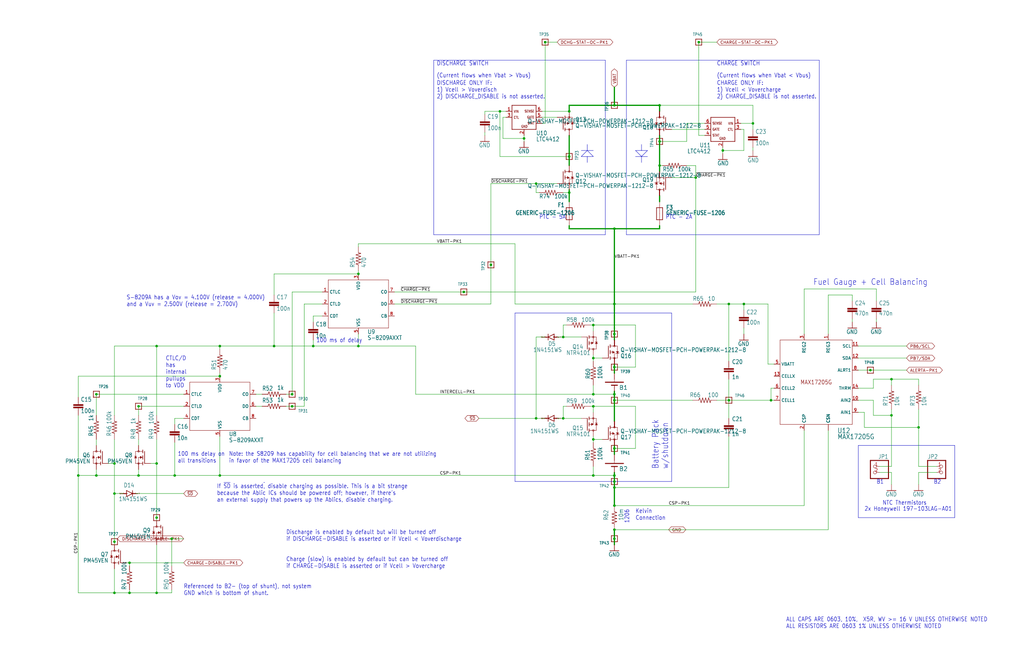
<source format=kicad_sch>
(kicad_sch (version 20230121) (generator eeschema)
  (paper "B")
  (title_block (title "OreSat Battery Card - Pack 1 (Bottom)") (date "2023-12-02") (rev "3.1"))
  (junction (at 58.42 200.66))
  (junction (at 313.69 128.27))
  (junction (at 48.26 195.58))
  (junction (at 48.26 228.6))
  (junction (at 132.08 146.05))
  (junction (at 293.37 74.93))
  (junction (at 237.49 176.53))
  (junction (at 294.64 17.78))
  (junction (at 220.98 58.42))
  (junction (at 151.13 115.57))
  (junction (at 54.61 250.19))
  (junction (at 151.13 146.05))
  (junction (at 240.03 66.04))
  (junction (at 237.49 142.24))
  (junction (at 367.03 156.21))
  (junction (at 278.13 59.69))
  (junction (at 210.82 46.99))
  (junction (at 40.64 166.37))
  (junction (at 240.03 46.99))
  (junction (at 66.04 195.58))
  (junction (at 40.64 200.66))
  (junction (at 123.19 166.37))
  (junction (at 58.42 171.45))
  (junction (at 226.06 176.53))
  (junction (at 66.04 250.19))
  (junction (at 92.71 158.75))
  (junction (at 259.08 44.45))
  (junction (at 195.58 123.19))
  (junction (at 250.19 171.45))
  (junction (at 375.92 160.02))
  (junction (at 250.19 151.13))
  (junction (at 207.01 111.76))
  (junction (at 66.04 146.05))
  (junction (at 250.19 185.42))
  (junction (at 304.8 63.5))
  (junction (at 259.08 205.74))
  (junction (at 259.08 200.66))
  (junction (at 278.13 44.45))
  (junction (at 307.34 168.91))
  (junction (at 115.57 146.05))
  (junction (at 259.08 223.52))
  (junction (at 73.66 200.66))
  (junction (at 33.02 200.66))
  (junction (at 229.87 17.78))
  (junction (at 66.04 218.44))
  (junction (at 278.13 69.85))
  (junction (at 54.61 237.49))
  (junction (at 259.08 203.2))
  (junction (at 259.08 128.27))
  (junction (at 250.19 166.37))
  (junction (at 250.19 200.66))
  (junction (at 48.26 208.28))
  (junction (at 259.08 189.23))
  (junction (at 250.19 137.16))
  (junction (at 92.71 146.05))
  (junction (at 123.19 171.45))
  (junction (at 259.08 168.91))
  (junction (at 259.08 213.36))
  (junction (at 259.08 166.37))
  (junction (at 259.08 96.52))
  (junction (at 259.08 140.97))
  (junction (at 317.5 52.07))
  (junction (at 375.92 175.26))
  (junction (at 259.08 227.33))
  (junction (at 72.39 227.33))
  (junction (at 387.35 180.34))
  (junction (at 259.08 154.94))
  (junction (at 325.12 168.91))
  (junction (at 307.34 128.27))
  (junction (at 48.26 250.19))
  (junction (at 92.71 200.66))
  (junction (at 240.03 81.28))
  (junction (at 226.06 77.47))
  (wire (pts (xy 361.95 173.99) (xy 364.49 173.99)) (stroke (width 0.1524)))
  (wire (pts (xy 66.04 146.05) (xy 48.26 146.05)) (stroke (width 0.1524)))
  (wire (pts (xy 240.03 46.99) (xy 240.03 44.45)) (stroke (width 0.508)))
  (wire (pts (xy 54.61 237.49) (xy 77.47 237.49)) (stroke (width 0.1524)))
  (wire (pts (xy 240.03 57.15) (xy 240.03 66.04)) (stroke (width 0.508)))
  (wire (pts (xy 361.95 168.91) (xy 368.3 168.91)) (stroke (width 0.1524)))
  (wire (pts (xy 210.82 66.04) (xy 210.82 46.99)) (stroke (width 0.1524)))
  (wire (pts (xy 250.19 171.45) (xy 267.97 171.45)) (stroke (width 0.1524)))
  (polyline (pts (xy 402.59 218.44) (xy 402.59 187.96)) (stroke (width 0.1524) (type solid)))
  (wire (pts (xy 259.08 189.23) (xy 259.08 187.96)) (stroke (width 0.508)))
  (wire (pts (xy 240.03 66.04) (xy 240.03 69.85)) (stroke (width 0.508)))
  (wire (pts (xy 207.01 128.27) (xy 207.01 111.76)) (stroke (width 0.1524)))
  (wire (pts (xy 250.19 184.15) (xy 250.19 185.42)) (stroke (width 0.1524)))
  (wire (pts (xy 204.47 55.88) (xy 204.47 57.15)) (stroke (width 0.1524)))
  (wire (pts (xy 259.08 154.94) (xy 267.97 154.94)) (stroke (width 0.1524)))
  (wire (pts (xy 40.64 200.66) (xy 58.42 200.66)) (stroke (width 0.1524)))
  (wire (pts (xy 278.13 96.52) (xy 278.13 95.25)) (stroke (width 0.508)))
  (polyline (pts (xy 273.05 63.5) (xy 270.51 66.04)) (stroke (width 0.1524) (type solid)))
  (polyline (pts (xy 264.16 25.4) (xy 345.44 25.4)) (stroke (width 0.1524) (type solid)))
  (wire (pts (xy 220.98 59.69) (xy 220.98 58.42)) (stroke (width 0.1524)))
  (wire (pts (xy 228.6 49.53) (xy 234.95 49.53)) (stroke (width 0.1524)))
  (wire (pts (xy 66.04 218.44) (xy 66.04 219.71)) (stroke (width 0.1524)))
  (wire (pts (xy 259.08 140.97) (xy 259.08 128.27)) (stroke (width 0.508)))
  (wire (pts (xy 234.95 176.53) (xy 237.49 176.53)) (stroke (width 0.1524)))
  (wire (pts (xy 289.56 59.69) (xy 278.13 59.69)) (stroke (width 0.1524)))
  (wire (pts (xy 364.49 180.34) (xy 387.35 180.34)) (stroke (width 0.1524)))
  (wire (pts (xy 123.19 123.19) (xy 135.89 123.19)) (stroke (width 0.1524)))
  (wire (pts (xy 368.3 175.26) (xy 375.92 175.26)) (stroke (width 0.1524)))
  (wire (pts (xy 72.39 227.33) (xy 77.47 227.33)) (stroke (width 0.1524)))
  (wire (pts (xy 66.04 195.58) (xy 66.04 185.42)) (stroke (width 0.1524)))
  (wire (pts (xy 240.03 80.01) (xy 240.03 81.28)) (stroke (width 0.508)))
  (polyline (pts (xy 217.17 203.2) (xy 283.21 203.2)) (stroke (width 0.1524) (type solid)))
  (wire (pts (xy 226.06 77.47) (xy 226.06 81.28)) (stroke (width 0.1524)))
  (wire (pts (xy 312.42 52.07) (xy 317.5 52.07)) (stroke (width 0.1524)))
  (wire (pts (xy 120.65 166.37) (xy 123.19 166.37)) (stroke (width 0.1524)))
  (wire (pts (xy 229.87 142.24) (xy 226.06 142.24)) (stroke (width 0.1524)))
  (wire (pts (xy 240.03 96.52) (xy 259.08 96.52)) (stroke (width 0.508)))
  (wire (pts (xy 259.08 44.45) (xy 259.08 36.83)) (stroke (width 0.508)))
  (polyline (pts (xy 270.51 63.5) (xy 270.51 60.96)) (stroke (width 0.1524) (type solid)))
  (wire (pts (xy 293.37 74.93) (xy 283.21 74.93)) (stroke (width 0.1524)))
  (wire (pts (xy 293.37 123.19) (xy 195.58 123.19)) (stroke (width 0.1524)))
  (wire (pts (xy 66.04 195.58) (xy 66.04 218.44)) (stroke (width 0.1524)))
  (wire (pts (xy 259.08 128.27) (xy 292.1 128.27)) (stroke (width 0.1524)))
  (wire (pts (xy 259.08 227.33) (xy 259.08 223.52)) (stroke (width 0.508)))
  (wire (pts (xy 259.08 205.74) (xy 259.08 213.36)) (stroke (width 0.508)))
  (wire (pts (xy 115.57 115.57) (xy 115.57 124.46)) (stroke (width 0.1524)))
  (wire (pts (xy 368.3 168.91) (xy 368.3 175.26)) (stroke (width 0.1524)))
  (wire (pts (xy 307.34 176.53) (xy 307.34 168.91)) (stroke (width 0.1524)))
  (wire (pts (xy 48.26 208.28) (xy 48.26 228.6)) (stroke (width 0.1524)))
  (wire (pts (xy 250.19 137.16) (xy 250.19 139.7)) (stroke (width 0.1524)))
  (wire (pts (xy 361.95 163.83) (xy 368.3 163.83)) (stroke (width 0.1524)))
  (wire (pts (xy 259.08 44.45) (xy 278.13 44.45)) (stroke (width 0.508)))
  (wire (pts (xy 33.02 250.19) (xy 48.26 250.19)) (stroke (width 0.1524)))
  (polyline (pts (xy 247.65 63.5) (xy 245.11 63.5)) (stroke (width 0.1524) (type solid)))
  (wire (pts (xy 240.03 81.28) (xy 240.03 85.09)) (stroke (width 0.508)))
  (polyline (pts (xy 250.19 66.04) (xy 247.65 63.5)) (stroke (width 0.1524) (type solid)))
  (wire (pts (xy 228.6 52.07) (xy 229.87 52.07)) (stroke (width 0.1524)))
  (wire (pts (xy 175.26 166.37) (xy 175.26 146.05)) (stroke (width 0.1524)))
  (wire (pts (xy 302.26 128.27) (xy 307.34 128.27)) (stroke (width 0.1524)))
  (polyline (pts (xy 182.88 99.06) (xy 182.88 25.4)) (stroke (width 0.1524) (type solid)))
  (wire (pts (xy 248.92 171.45) (xy 250.19 171.45)) (stroke (width 0.1524)))
  (wire (pts (xy 226.06 77.47) (xy 207.01 77.47)) (stroke (width 0.1524)))
  (polyline (pts (xy 217.17 132.08) (xy 283.21 132.08)) (stroke (width 0.1524) (type solid)))
  (wire (pts (xy 250.19 152.4) (xy 250.19 151.13)) (stroke (width 0.1524)))
  (wire (pts (xy 226.06 176.53) (xy 229.87 176.53)) (stroke (width 0.1524)))
  (wire (pts (xy 307.34 168.91) (xy 325.12 168.91)) (stroke (width 0.1524)))
  (wire (pts (xy 267.97 189.23) (xy 259.08 189.23)) (stroke (width 0.1524)))
  (polyline (pts (xy 247.65 63.5) (xy 247.65 60.96)) (stroke (width 0.1524) (type solid)))
  (wire (pts (xy 325.12 163.83) (xy 326.39 163.83)) (stroke (width 0.1524)))
  (wire (pts (xy 317.5 44.45) (xy 317.5 52.07)) (stroke (width 0.1524)))
  (wire (pts (xy 40.64 175.26) (xy 40.64 166.37)) (stroke (width 0.1524)))
  (wire (pts (xy 250.19 137.16) (xy 267.97 137.16)) (stroke (width 0.1524)))
  (wire (pts (xy 259.08 205.74) (xy 307.34 205.74)) (stroke (width 0.1524)))
  (wire (pts (xy 359.41 135.89) (xy 359.41 134.62)) (stroke (width 0.1524)))
  (wire (pts (xy 394.97 199.39) (xy 387.35 199.39)) (stroke (width 0.1524)))
  (wire (pts (xy 278.13 44.45) (xy 278.13 46.99)) (stroke (width 0.508)))
  (wire (pts (xy 250.19 200.66) (xy 92.71 200.66)) (stroke (width 0.1524)))
  (wire (pts (xy 48.26 195.58) (xy 48.26 185.42)) (stroke (width 0.1524)))
  (wire (pts (xy 317.5 52.07) (xy 317.5 54.61)) (stroke (width 0.1524)))
  (wire (pts (xy 213.36 49.53) (xy 212.09 49.53)) (stroke (width 0.1524)))
  (wire (pts (xy 250.19 171.45) (xy 250.19 173.99)) (stroke (width 0.1524)))
  (wire (pts (xy 132.08 146.05) (xy 115.57 146.05)) (stroke (width 0.1524)))
  (wire (pts (xy 58.42 198.12) (xy 58.42 200.66)) (stroke (width 0.1524)))
  (wire (pts (xy 339.09 181.61) (xy 339.09 213.36)) (stroke (width 0.1524)))
  (wire (pts (xy 259.08 191.77) (xy 259.08 189.23)) (stroke (width 0.508)))
  (wire (pts (xy 313.69 138.43) (xy 313.69 140.97)) (stroke (width 0.1524)))
  (wire (pts (xy 210.82 46.99) (xy 204.47 46.99)) (stroke (width 0.1524)))
  (wire (pts (xy 283.21 54.61) (xy 297.18 54.61)) (stroke (width 0.1524)))
  (wire (pts (xy 259.08 168.91) (xy 292.1 168.91)) (stroke (width 0.1524)))
  (wire (pts (xy 294.64 57.15) (xy 297.18 57.15)) (stroke (width 0.1524)))
  (wire (pts (xy 313.69 130.81) (xy 313.69 128.27)) (stroke (width 0.1524)))
  (wire (pts (xy 294.64 17.78) (xy 302.26 17.78)) (stroke (width 0.1524)))
  (wire (pts (xy 297.18 52.07) (xy 289.56 52.07)) (stroke (width 0.1524)))
  (wire (pts (xy 229.87 17.78) (xy 234.95 17.78)) (stroke (width 0.1524)))
  (wire (pts (xy 368.3 163.83) (xy 368.3 160.02)) (stroke (width 0.1524)))
  (wire (pts (xy 220.98 58.42) (xy 220.98 57.15)) (stroke (width 0.1524)))
  (wire (pts (xy 132.08 133.35) (xy 135.89 133.35)) (stroke (width 0.1524)))
  (wire (pts (xy 254 185.42) (xy 250.19 185.42)) (stroke (width 0.1524)))
  (wire (pts (xy 248.92 137.16) (xy 250.19 137.16)) (stroke (width 0.1524)))
  (wire (pts (xy 325.12 168.91) (xy 325.12 163.83)) (stroke (width 0.1524)))
  (wire (pts (xy 259.08 227.33) (xy 259.08 229.87)) (stroke (width 0.508)))
  (wire (pts (xy 234.95 142.24) (xy 237.49 142.24)) (stroke (width 0.1524)))
  (wire (pts (xy 73.66 200.66) (xy 92.71 200.66)) (stroke (width 0.1524)))
  (wire (pts (xy 237.49 176.53) (xy 245.11 176.53)) (stroke (width 0.1524)))
  (polyline (pts (xy 245.11 66.04) (xy 247.65 66.04)) (stroke (width 0.1524) (type solid)))
  (wire (pts (xy 387.35 180.34) (xy 387.35 172.72)) (stroke (width 0.1524)))
  (wire (pts (xy 132.08 146.05) (xy 132.08 143.51)) (stroke (width 0.1524)))
  (polyline (pts (xy 283.21 132.08) (xy 283.21 203.2)) (stroke (width 0.1524) (type solid)))
  (wire (pts (xy 92.71 158.75) (xy 92.71 157.48)) (stroke (width 0.1524)))
  (wire (pts (xy 387.35 196.85) (xy 394.97 196.85)) (stroke (width 0.1524)))
  (wire (pts (xy 92.71 147.32) (xy 92.71 146.05)) (stroke (width 0.1524)))
  (polyline (pts (xy 250.19 63.5) (xy 247.65 63.5)) (stroke (width 0.1524) (type solid)))
  (wire (pts (xy 240.03 44.45) (xy 259.08 44.45)) (stroke (width 0.508)))
  (wire (pts (xy 259.08 213.36) (xy 339.09 213.36)) (stroke (width 0.1524)))
  (wire (pts (xy 375.92 196.85) (xy 370.84 196.85)) (stroke (width 0.1524)))
  (wire (pts (xy 359.41 124.46) (xy 349.25 124.46)) (stroke (width 0.1524)))
  (wire (pts (xy 259.08 200.66) (xy 250.19 200.66)) (stroke (width 0.1524)))
  (wire (pts (xy 250.19 196.85) (xy 250.19 200.66)) (stroke (width 0.1524)))
  (wire (pts (xy 166.37 128.27) (xy 207.01 128.27)) (stroke (width 0.1524)))
  (wire (pts (xy 259.08 223.52) (xy 349.25 223.52)) (stroke (width 0.1524)))
  (wire (pts (xy 57.15 208.28) (xy 77.47 208.28)) (stroke (width 0.1524)))
  (wire (pts (xy 368.3 160.02) (xy 375.92 160.02)) (stroke (width 0.1524)))
  (wire (pts (xy 66.04 175.26) (xy 66.04 146.05)) (stroke (width 0.1524)))
  (wire (pts (xy 259.08 205.74) (xy 259.08 203.2)) (stroke (width 0.508)))
  (wire (pts (xy 72.39 250.19) (xy 72.39 248.92)) (stroke (width 0.1524)))
  (wire (pts (xy 312.42 54.61) (xy 313.69 54.61)) (stroke (width 0.1524)))
  (wire (pts (xy 107.95 166.37) (xy 110.49 166.37)) (stroke (width 0.1524)))
  (polyline (pts (xy 255.27 25.4) (xy 255.27 99.06)) (stroke (width 0.1524) (type solid)))
  (wire (pts (xy 217.17 128.27) (xy 217.17 102.87)) (stroke (width 0.1524)))
  (polyline (pts (xy 182.88 25.4) (xy 255.27 25.4)) (stroke (width 0.1524) (type solid)))
  (wire (pts (xy 212.09 58.42) (xy 220.98 58.42)) (stroke (width 0.1524)))
  (wire (pts (xy 361.95 156.21) (xy 367.03 156.21)) (stroke (width 0.1524)))
  (wire (pts (xy 33.02 200.66) (xy 33.02 175.26)) (stroke (width 0.1524)))
  (wire (pts (xy 238.76 171.45) (xy 237.49 171.45)) (stroke (width 0.1524)))
  (wire (pts (xy 66.04 250.19) (xy 66.04 229.87)) (stroke (width 0.1524)))
  (wire (pts (xy 250.19 166.37) (xy 175.26 166.37)) (stroke (width 0.1524)))
  (wire (pts (xy 48.26 195.58) (xy 48.26 208.28)) (stroke (width 0.1524)))
  (wire (pts (xy 259.08 168.91) (xy 259.08 166.37)) (stroke (width 0.508)))
  (wire (pts (xy 151.13 115.57) (xy 151.13 114.3)) (stroke (width 0.1524)))
  (wire (pts (xy 307.34 184.15) (xy 307.34 205.74)) (stroke (width 0.1524)))
  (wire (pts (xy 375.92 175.26) (xy 375.92 196.85)) (stroke (width 0.1524)))
  (wire (pts (xy 369.57 121.92) (xy 369.57 127)) (stroke (width 0.1524)))
  (wire (pts (xy 349.25 124.46) (xy 349.25 140.97)) (stroke (width 0.1524)))
  (wire (pts (xy 120.65 171.45) (xy 123.19 171.45)) (stroke (width 0.1524)))
  (polyline (pts (xy 270.51 66.04) (xy 270.51 68.58)) (stroke (width 0.1524) (type solid)))
  (wire (pts (xy 387.35 180.34) (xy 387.35 196.85)) (stroke (width 0.1524)))
  (wire (pts (xy 54.61 248.92) (xy 54.61 250.19)) (stroke (width 0.1524)))
  (polyline (pts (xy 217.17 132.08) (xy 217.17 203.2)) (stroke (width 0.1524) (type solid)))
  (wire (pts (xy 33.02 158.75) (xy 33.02 167.64)) (stroke (width 0.1524)))
  (wire (pts (xy 302.26 168.91) (xy 307.34 168.91)) (stroke (width 0.1524)))
  (wire (pts (xy 259.08 166.37) (xy 250.19 166.37)) (stroke (width 0.1524)))
  (wire (pts (xy 250.19 166.37) (xy 250.19 162.56)) (stroke (width 0.1524)))
  (wire (pts (xy 175.26 146.05) (xy 151.13 146.05)) (stroke (width 0.1524)))
  (wire (pts (xy 48.26 250.19) (xy 48.26 240.03)) (stroke (width 0.1524)))
  (wire (pts (xy 375.92 175.26) (xy 375.92 172.72)) (stroke (width 0.1524)))
  (wire (pts (xy 254 151.13) (xy 250.19 151.13)) (stroke (width 0.1524)))
  (wire (pts (xy 293.37 69.85) (xy 293.37 74.93)) (stroke (width 0.1524)))
  (wire (pts (xy 45.72 195.58) (xy 48.26 195.58)) (stroke (width 0.1524)))
  (wire (pts (xy 375.92 199.39) (xy 370.84 199.39)) (stroke (width 0.1524)))
  (wire (pts (xy 304.8 64.77) (xy 304.8 63.5)) (stroke (width 0.1524)))
  (wire (pts (xy 240.03 95.25) (xy 240.03 96.52)) (stroke (width 0.508)))
  (wire (pts (xy 77.47 176.53) (xy 73.66 176.53)) (stroke (width 0.1524)))
  (wire (pts (xy 323.85 153.67) (xy 323.85 128.27)) (stroke (width 0.1524)))
  (wire (pts (xy 237.49 137.16) (xy 237.49 142.24)) (stroke (width 0.1524)))
  (polyline (pts (xy 247.65 66.04) (xy 247.65 68.58)) (stroke (width 0.1524) (type solid)))
  (wire (pts (xy 375.92 160.02) (xy 387.35 160.02)) (stroke (width 0.1524)))
  (wire (pts (xy 267.97 154.94) (xy 267.97 137.16)) (stroke (width 0.1524)))
  (polyline (pts (xy 267.97 63.5) (xy 270.51 63.5)) (stroke (width 0.1524) (type solid)))
  (polyline (pts (xy 247.65 63.5) (xy 245.11 66.04)) (stroke (width 0.1524) (type solid)))
  (wire (pts (xy 361.95 146.05) (xy 382.27 146.05)) (stroke (width 0.1524)))
  (wire (pts (xy 250.19 151.13) (xy 250.19 149.86)) (stroke (width 0.1524)))
  (polyline (pts (xy 270.51 66.04) (xy 267.97 66.04)) (stroke (width 0.1524) (type solid)))
  (wire (pts (xy 151.13 146.05) (xy 132.08 146.05)) (stroke (width 0.1524)))
  (wire (pts (xy 387.35 160.02) (xy 387.35 162.56)) (stroke (width 0.1524)))
  (wire (pts (xy 151.13 102.87) (xy 217.17 102.87)) (stroke (width 0.1524)))
  (wire (pts (xy 229.87 52.07) (xy 229.87 17.78)) (stroke (width 0.1524)))
  (wire (pts (xy 259.08 203.2) (xy 259.08 200.66)) (stroke (width 0.508)))
  (wire (pts (xy 33.02 200.66) (xy 40.64 200.66)) (stroke (width 0.1524)))
  (wire (pts (xy 259.08 96.52) (xy 259.08 128.27)) (stroke (width 0.508)))
  (wire (pts (xy 58.42 200.66) (xy 73.66 200.66)) (stroke (width 0.1524)))
  (wire (pts (xy 361.95 151.13) (xy 382.27 151.13)) (stroke (width 0.1524)))
  (wire (pts (xy 238.76 137.16) (xy 237.49 137.16)) (stroke (width 0.1524)))
  (polyline (pts (xy 361.95 218.44) (xy 402.59 218.44)) (stroke (width 0.1524) (type solid)))
  (polyline (pts (xy 273.05 66.04) (xy 270.51 66.04)) (stroke (width 0.1524) (type solid)))
  (wire (pts (xy 52.07 208.28) (xy 48.26 208.28)) (stroke (width 0.1524)))
  (wire (pts (xy 326.39 153.67) (xy 323.85 153.67)) (stroke (width 0.1524)))
  (wire (pts (xy 259.08 154.94) (xy 259.08 153.67)) (stroke (width 0.508)))
  (wire (pts (xy 58.42 185.42) (xy 58.42 187.96)) (stroke (width 0.1524)))
  (wire (pts (xy 128.27 128.27) (xy 135.89 128.27)) (stroke (width 0.1524)))
  (wire (pts (xy 259.08 177.8) (xy 259.08 168.91)) (stroke (width 0.508)))
  (wire (pts (xy 151.13 146.05) (xy 151.13 140.97)) (stroke (width 0.1524)))
  (polyline (pts (xy 270.51 66.04) (xy 267.97 63.5)) (stroke (width 0.1524) (type solid)))
  (wire (pts (xy 48.26 228.6) (xy 48.26 229.87)) (stroke (width 0.1524)))
  (wire (pts (xy 77.47 171.45) (xy 58.42 171.45)) (stroke (width 0.1524)))
  (polyline (pts (xy 264.16 99.06) (xy 345.44 99.06)) (stroke (width 0.1524) (type solid)))
  (wire (pts (xy 326.39 168.91) (xy 325.12 168.91)) (stroke (width 0.1524)))
  (wire (pts (xy 259.08 96.52) (xy 278.13 96.52)) (stroke (width 0.508)))
  (wire (pts (xy 226.06 176.53) (xy 201.93 176.53)) (stroke (width 0.1524)))
  (wire (pts (xy 228.6 46.99) (xy 240.03 46.99)) (stroke (width 0.1524)))
  (wire (pts (xy 313.69 54.61) (xy 313.69 63.5)) (stroke (width 0.1524)))
  (wire (pts (xy 92.71 146.05) (xy 115.57 146.05)) (stroke (width 0.1524)))
  (wire (pts (xy 54.61 237.49) (xy 54.61 238.76)) (stroke (width 0.1524)))
  (wire (pts (xy 278.13 69.85) (xy 278.13 59.69)) (stroke (width 0.508)))
  (wire (pts (xy 293.37 74.93) (xy 293.37 123.19)) (stroke (width 0.1524)))
  (wire (pts (xy 92.71 158.75) (xy 33.02 158.75)) (stroke (width 0.1524)))
  (wire (pts (xy 339.09 140.97) (xy 339.09 121.92)) (stroke (width 0.1524)))
  (wire (pts (xy 48.26 250.19) (xy 54.61 250.19)) (stroke (width 0.1524)))
  (wire (pts (xy 234.95 77.47) (xy 226.06 77.47)) (stroke (width 0.1524)))
  (polyline (pts (xy 345.44 25.4) (xy 345.44 99.06)) (stroke (width 0.1524) (type solid)))
  (wire (pts (xy 278.13 85.09) (xy 278.13 82.55)) (stroke (width 0.508)))
  (wire (pts (xy 279.4 69.85) (xy 278.13 69.85)) (stroke (width 0.1524)))
  (wire (pts (xy 313.69 128.27) (xy 323.85 128.27)) (stroke (width 0.1524)))
  (wire (pts (xy 40.64 198.12) (xy 40.64 200.66)) (stroke (width 0.1524)))
  (polyline (pts (xy 264.16 25.4) (xy 264.16 99.06)) (stroke (width 0.1524) (type solid)))
  (wire (pts (xy 367.03 156.21) (xy 382.27 156.21)) (stroke (width 0.1524)))
  (wire (pts (xy 226.06 81.28) (xy 227.33 81.28)) (stroke (width 0.1524)))
  (polyline (pts (xy 270.51 63.5) (xy 273.05 63.5)) (stroke (width 0.1524) (type solid)))
  (wire (pts (xy 212.09 49.53) (xy 212.09 58.42)) (stroke (width 0.1524)))
  (wire (pts (xy 317.5 62.23) (xy 317.5 63.5)) (stroke (width 0.1524)))
  (wire (pts (xy 237.49 171.45) (xy 237.49 176.53)) (stroke (width 0.1524)))
  (wire (pts (xy 92.71 200.66) (xy 92.71 184.15)) (stroke (width 0.1524)))
  (wire (pts (xy 259.08 157.48) (xy 259.08 154.94)) (stroke (width 0.508)))
  (wire (pts (xy 278.13 57.15) (xy 278.13 59.69)) (stroke (width 0.508)))
  (wire (pts (xy 73.66 186.69) (xy 73.66 200.66)) (stroke (width 0.1524)))
  (wire (pts (xy 226.06 142.24) (xy 226.06 176.53)) (stroke (width 0.1524)))
  (wire (pts (xy 349.25 181.61) (xy 349.25 223.52)) (stroke (width 0.1524)))
  (polyline (pts (xy 255.27 99.06) (xy 182.88 99.06)) (stroke (width 0.1524) (type solid)))
  (wire (pts (xy 294.64 17.78) (xy 294.64 57.15)) (stroke (width 0.1524)))
  (wire (pts (xy 250.19 185.42) (xy 250.19 186.69)) (stroke (width 0.1524)))
  (wire (pts (xy 339.09 121.92) (xy 369.57 121.92)) (stroke (width 0.1524)))
  (wire (pts (xy 237.49 142.24) (xy 245.11 142.24)) (stroke (width 0.1524)))
  (wire (pts (xy 364.49 173.99) (xy 364.49 180.34)) (stroke (width 0.1524)))
  (wire (pts (xy 71.12 227.33) (xy 72.39 227.33)) (stroke (width 0.1524)))
  (wire (pts (xy 48.26 175.26) (xy 48.26 146.05)) (stroke (width 0.1524)))
  (wire (pts (xy 217.17 128.27) (xy 259.08 128.27)) (stroke (width 0.1524)))
  (wire (pts (xy 259.08 199.39) (xy 259.08 200.66)) (stroke (width 0.508)))
  (wire (pts (xy 92.71 146.05) (xy 66.04 146.05)) (stroke (width 0.1524)))
  (wire (pts (xy 58.42 175.26) (xy 58.42 171.45)) (stroke (width 0.1524)))
  (wire (pts (xy 259.08 165.1) (xy 259.08 166.37)) (stroke (width 0.508)))
  (wire (pts (xy 132.08 135.89) (xy 132.08 133.35)) (stroke (width 0.1524)))
  (wire (pts (xy 267.97 171.45) (xy 267.97 189.23)) (stroke (width 0.1524)))
  (wire (pts (xy 53.34 237.49) (xy 54.61 237.49)) (stroke (width 0.1524)))
  (wire (pts (xy 369.57 135.89) (xy 369.57 134.62)) (stroke (width 0.1524)))
  (wire (pts (xy 151.13 104.14) (xy 151.13 102.87)) (stroke (width 0.1524)))
  (wire (pts (xy 151.13 115.57) (xy 115.57 115.57)) (stroke (width 0.1524)))
  (wire (pts (xy 240.03 81.28) (xy 237.49 81.28)) (stroke (width 0.1524)))
  (wire (pts (xy 307.34 152.4) (xy 307.34 128.27)) (stroke (width 0.1524)))
  (polyline (pts (xy 361.95 187.96) (xy 361.95 218.44)) (stroke (width 0.1524) (type solid)))
  (wire (pts (xy 33.02 200.66) (xy 33.02 250.19)) (stroke (width 0.1524)))
  (wire (pts (xy 375.92 162.56) (xy 375.92 160.02)) (stroke (width 0.1524)))
  (wire (pts (xy 387.35 199.39) (xy 387.35 204.47)) (stroke (width 0.1524)))
  (wire (pts (xy 195.58 123.19) (xy 166.37 123.19)) (stroke (width 0.1524)))
  (wire (pts (xy 307.34 168.91) (xy 307.34 160.02)) (stroke (width 0.1524)))
  (wire (pts (xy 107.95 171.45) (xy 110.49 171.45)) (stroke (width 0.1524)))
  (wire (pts (xy 213.36 46.99) (xy 210.82 46.99)) (stroke (width 0.1524)))
  (wire (pts (xy 66.04 250.19) (xy 72.39 250.19)) (stroke (width 0.1524)))
  (wire (pts (xy 289.56 52.07) (xy 289.56 59.69)) (stroke (width 0.1524)))
  (wire (pts (xy 72.39 227.33) (xy 72.39 238.76)) (stroke (width 0.1524)))
  (wire (pts (xy 77.47 166.37) (xy 40.64 166.37)) (stroke (width 0.1524)))
  (wire (pts (xy 73.66 176.53) (xy 73.66 179.07)) (stroke (width 0.1524)))
  (wire (pts (xy 54.61 250.19) (xy 66.04 250.19)) (stroke (width 0.1524)))
  (wire (pts (xy 123.19 166.37) (xy 123.19 123.19)) (stroke (width 0.1524)))
  (wire (pts (xy 375.92 199.39) (xy 375.92 204.47)) (stroke (width 0.1524)))
  (wire (pts (xy 359.41 127) (xy 359.41 124.46)) (stroke (width 0.1524)))
  (wire (pts (xy 207.01 77.47) (xy 207.01 111.76)) (stroke (width 0.1524)))
  (wire (pts (xy 66.04 195.58) (xy 63.5 195.58)) (stroke (width 0.1524)))
  (wire (pts (xy 128.27 171.45) (xy 128.27 128.27)) (stroke (width 0.1524)))
  (wire (pts (xy 278.13 72.39) (xy 278.13 69.85)) (stroke (width 0.508)))
  (wire (pts (xy 123.19 171.45) (xy 128.27 171.45)) (stroke (width 0.1524)))
  (wire (pts (xy 278.13 44.45) (xy 317.5 44.45)) (stroke (width 0.1524)))
  (wire (pts (xy 304.8 63.5) (xy 304.8 62.23)) (stroke (width 0.1524)))
  (wire (pts (xy 259.08 143.51) (xy 259.08 140.97)) (stroke (width 0.508)))
  (wire (pts (xy 40.64 187.96) (xy 40.64 185.42)) (stroke (width 0.1524)))
  (wire (pts (xy 313.69 63.5) (xy 304.8 63.5)) (stroke (width 0.1524)))
  (wire (pts (xy 210.82 66.04) (xy 240.03 66.04)) (stroke (width 0.1524)))
  (wire (pts (xy 307.34 128.27) (xy 313.69 128.27)) (stroke (width 0.1524)))
  (polyline (pts (xy 402.59 187.96) (xy 361.95 187.96)) (stroke (width 0.1524) (type solid)))
  (polyline (pts (xy 247.65 66.04) (xy 250.19 66.04)) (stroke (width 0.1524) (type solid)))
  (wire (pts (xy 204.47 48.26) (xy 204.47 46.99)) (stroke (width 0.1524)))
  (wire (pts (xy 289.56 69.85) (xy 293.37 69.85)) (stroke (width 0.1524)))
  (wire (pts (xy 115.57 146.05) (xy 115.57 132.08)) (stroke (width 0.1524)))
  (text "CHARGE ONLY IF:\n1) Vcell < Vovercharge\n2) CHARGE_DISABLE is not asserted." (at 302.26 41.91 0) (effects (font (size 1.778 1.5113)) (justify left bottom)))
  (text "CHARGE SWITCH" (at 302.26 27.94 0) (effects (font (size 1.778 1.5113)) (justify left bottom)))
  (text "CTLC/D\nhas\ninternal\npullups\nto VDD" (at 69.85 163.83 0) (effects (font (size 1.778 1.5113)) (justify left bottom)))
  (text "B2" (at 393.7 204.47 0) (effects (font (size 1.778 1.5113)) (justify left bottom)))
  (text "PTC - 2A" (at 280.67 92.71 0) (effects (font (size 1.778 1.5113)) (justify left bottom)))
  (text "(Current flows when Vbat > Vbus)" (at 184.15 33.02 0) (effects (font (size 1.778 1.5113)) (justify left bottom)))
  (text "(Current flows when Vbat < Vbus)" (at 302.26 33.02 0) (effects (font (size 1.778 1.5113)) (justify left bottom)))
  (text "Discharge is enabled by default but will be turned off\nif DISCHARGE-DISABLE is asserted or if Vcell < Voverdischarge" (at 120.65 228.6 0) (effects (font (size 1.778 1.5113)) (justify left bottom)))
  (text "B1" (at 369.57 204.47 0) (effects (font (size 1.778 1.5113)) (justify left bottom)))
  (text "NTC Thermistors" (at 372.11 213.36 0) (effects (font (size 1.778 1.5113)) (justify left bottom)))
  (text "ALL CAPS ARE 0603, 10%,  X5R, WV >= 16 V UNLESS OTHERWISE NOTED\nALL RESISTORS ARE 0603 1% UNLESS OTHERWISE NOTED" (at 331.47 265.43 0) (effects (font (size 1.778 1.5113)) (justify left bottom)))
  (text "Note: the S8209 has capability for cell balancing that we are not utilizing\nin favor of the MAX17205 cell balancing" (at 96.52 195.58 0) (effects (font (size 1.778 1.5113)) (justify left bottom)))
  (text "ALL CAPS ARE 0603, 10%,  X5R, WV >= 16 V UNLESS OTHERWISE NOTED\nALL RESISTORS ARE 0603 1% UNLESS OTHERWISE NOTED" (at 24.13 294.64 0) (effects (font (size 1.778 1.5113)) (justify left bottom)))
  (text "Fuel Gauge + Cell Balancing" (at 342.9 120.65 0) (effects (font (size 2.54 2.159)) (justify left bottom)))
  (text "Kelvin\nConnection" (at 267.97 219.71 0) (effects (font (size 1.778 1.5113)) (justify left bottom)))
  (text "Charge (slow) is enabled by default but can be turned off\nif CHARGE-DISABLE is asserted or if Vcell > Vovercharge" (at 120.65 240.03 0) (effects (font (size 1.778 1.5113)) (justify left bottom)))
  (text "S-8209A has a Vov = 4.100V (release = 4.000V)\nand a Vuv = 2.500V (release = 2.700V)" (at 53.34 129.54 0) (effects (font (size 1.778 1.5113)) (justify left bottom)))
  (text "DISCHARGE SWITCH" (at 184.15 27.94 0) (effects (font (size 1.778 1.5113)) (justify left bottom)))
  (text "Referenced to B2- (top of shunt), not system\nGND which is bottom of shunt." (at 77.47 251.46 0) (effects (font (size 1.778 1.5113)) (justify left bottom)))
  (text "If ~{SD} is asserted~{,} disable charging as possible. This is a bit strange\nbecause the Ablic ICs should be powered off; however, if there's\nan external supply that powers up the Ablics, disable charging." (at 91.44 212.09 0) (effects (font (size 1.778 1.5113)) (justify left bottom)))
  (text "1206" (at 265.43 220.98 90) (effects (font (size 1.778 1.5113)) (justify left bottom)))
  (text "100 ms delay on\nall transitions" (at 74.93 195.58 0) (effects (font (size 1.778 1.5113)) (justify left bottom)))
  (text "2x Honeywell 197-103LAG-A01" (at 364.49 215.9 0) (effects (font (size 1.778 1.5113)) (justify left bottom)))
  (text "DISCHARGE ONLY IF:\n1) Vcell > Voverdisch\n2) DISCHARGE_DISABLE is not asserted." (at 184.15 41.91 0) (effects (font (size 1.778 1.5113)) (justify left bottom)))
  (text "100 ms of delay" (at 133.35 144.78 0) (effects (font (size 1.778 1.5113)) (justify left bottom)))
  (text "Battery Pack\nw/shutdown" (at 281.94 198.12 90) (effects (font (size 2.54 2.159)) (justify left bottom)))
  (text "PTC - 5A" (at 227.33 92.71 0) (effects (font (size 1.778 1.5113)) (justify left bottom)))
  (label "~{DISCHARGE-PK1}" (at 207.01 77.47 0) (effects (font (size 1.2446 1.2446))))
  (label "CSP-PK1" (at 185.42 200.66 0) (effects (font (size 1.2446 1.2446))))
  (label "CSP-PK1" (at 281.94 213.36 0) (effects (font (size 1.2446 1.2446))))
  (label "CSP-PK1" (at 33.02 233.68 90) (effects (font (size 1.2446 1.2446))))
  (label "VBATT-PK1" (at 184.15 102.87 0) (effects (font (size 1.2446 1.2446))))
  (label "VBATT-PK1" (at 259.08 109.22 0) (effects (font (size 1.2446 1.2446))))
  (label "~{CHARGE-PK1}" (at 168.91 123.19 0) (effects (font (size 1.2446 1.2446))))
  (label "INTERCELL-PK1" (at 185.42 166.37 0) (effects (font (size 1.2446 1.2446))))
  (label "~{DISCHARGE-PK1}" (at 168.91 128.27 0) (effects (font (size 1.2446 1.2446))))
  (label "~{CHARGE-PK1}" (at 293.37 74.93 0) (effects (font (size 1.2446 1.2446))))
  (global_label "~{SD}" (shape bidirectional) (at 77.47 208.28 0) (effects (font (size 1.2446 1.2446))) (property "Intersheetrefs" "${INTERSHEET_REFS}" (effects hide)))
  (global_label "CHARGE-DISABLE-PK1" (shape bidirectional) (at 77.47 237.49 0) (effects (font (size 1.2446 1.2446))) (property "Intersheetrefs" "${INTERSHEET_REFS}" (effects hide)))
  (global_label "DISCHARGE-DISABLE-PK1" (shape bidirectional) (at 77.47 227.33 180) (effects (font (size 1.2446 1.2446))) (property "Intersheetrefs" "${INTERSHEET_REFS}" (effects hide)))
  (global_label "GND" (shape bidirectional) (at 281.94 223.52 0) (effects (font (size 1.2446 1.2446))) (property "Intersheetrefs" "${INTERSHEET_REFS}" (effects hide)))
  (global_label "VBAT" (shape bidirectional) (at 259.08 36.83 90) (effects (font (size 1.2446 1.2446))) (property "Intersheetrefs" "${INTERSHEET_REFS}" (effects hide)))
  (global_label "PB6/SCL" (shape bidirectional) (at 382.27 146.05 0) (effects (font (size 1.2446 1.2446))) (property "Intersheetrefs" "${INTERSHEET_REFS}" (effects hide)))
  (global_label "DCHG-STAT-OC-PK1" (shape bidirectional) (at 234.95 17.78 0) (effects (font (size 1.2446 1.2446))) (property "Intersheetrefs" "${INTERSHEET_REFS}" (effects hide)))
  (global_label "~{SD}" (shape bidirectional) (at 201.93 176.53 180) (effects (font (size 1.2446 1.2446))) (property "Intersheetrefs" "${INTERSHEET_REFS}" (effects hide)))
  (global_label "PB7/SDA" (shape bidirectional) (at 382.27 151.13 0) (effects (font (size 1.2446 1.2446))) (property "Intersheetrefs" "${INTERSHEET_REFS}" (effects hide)))
  (global_label "CHARGE-STAT-OC-PK1" (shape bidirectional) (at 302.26 17.78 0) (effects (font (size 1.2446 1.2446))) (property "Intersheetrefs" "${INTERSHEET_REFS}" (effects hide)))
  (global_label "ALERTA-PK1" (shape bidirectional) (at 382.27 156.21 0) (effects (font (size 1.2446 1.2446))) (property "Intersheetrefs" "${INTERSHEET_REFS}" (effects hide)))
  (symbol (lib_id "oresat-batteries-eagle-import:supply1_GND") (at 220.98 62.23 0) (unit 1)
    (property "Reference" "#GND045" (effects hide))
    (property "Value" "GND" (at 218.44 64.77 0) (effects (font (size 1.778 1.5113)) (justify left bottom)))
  )
  (symbol (lib_id "oresat-batteries-eagle-import:R-US_0603-C-NOSILK") (at 387.35 167.64 90) (unit 1)
    (property "Reference" "R73" (at 385.8514 171.45 0) (effects (font (size 1.778 1.5113)) (justify left bottom)))
    (property "Value" "10k" (at 390.652 171.45 0) (effects (font (size 1.778 1.5113)) (justify left bottom)))
    (property "Footprint" "oresat-batteries:.0603-C-NOSILK" (effects hide))
    (property "DIS" "Digi-Key" (effects hide))
    (property "DPN" "311-10.0KHRCT-ND" (effects hide))
    (property "MFR" "Yageo" (effects hide))
    (property "MPN" "RC0603FR-0710KL" (effects hide))
  )
  (symbol (lib_id "oresat-batteries-eagle-import:R-US_0603-C-NOSILK") (at 250.19 191.77 270) (unit 1)
    (property "Reference" "R61" (at 248.6914 194.31 0) (effects (font (size 1.778 1.5113)) (justify right top)))
    (property "Value" "100k" (at 254 194.31 0) (effects (font (size 1.778 1.5113)) (justify right top)))
    (property "Footprint" "oresat-batteries:.0603-C-NOSILK" (effects hide))
    (property "DIS" "Digi-Key" (effects hide))
    (property "DPN" "311-1.00MHRCT-ND" (effects hide))
    (property "MFR" "Yageo" (effects hide))
    (property "MPN" "RC0603FR-071ML" (effects hide))
  )
  (symbol (lib_id "oresat-batteries-eagle-import:N-MOSFET-SOT-23-3") (at 68.58 224.79 0) (mirror y) (unit 1)
    (property "Reference" "Q9" (at 63.5 224.79 0) (effects (font (size 1.778 1.5113)) (justify left bottom)))
    (property "Value" "PM45VEN" (at 63.5 227.33 0) (effects (font (size 1.778 1.5113)) (justify left bottom)))
    (property "Footprint" "oresat-batteries:SOT23-3" (effects hide))
    (property "DIS" "Digi-Key" (effects hide))
    (property "DPN" "1727-2307-1-ND" (effects hide))
    (property "MFR" "Nexperia" (effects hide))
    (property "MPN" "PMV45EN2R" (effects hide))
  )
  (symbol (lib_id "oresat-batteries-eagle-import:C-EU0603-C-NOSILK") (at 204.47 50.8 0) (unit 1)
    (property "Reference" "C19" (at 205.486 50.165 0) (effects (font (size 1.778 1.5113)) (justify left bottom)))
    (property "Value" "100n" (at 205.486 54.991 0) (effects (font (size 1.778 1.5113)) (justify left bottom)))
    (property "Footprint" "oresat-batteries:.0603-C-NOSILK" (effects hide))
    (property "DIS" "Digi-Key" (effects hide))
    (property "DPN" "399-1099-1-ND" (effects hide))
    (property "MFR" "Kemet" (effects hide))
    (property "MPN" "C0603C104M4RACTU" (effects hide))
  )
  (symbol (lib_id "oresat-batteries-eagle-import:R-US_0603-C-NOSILK") (at 48.26 180.34 90) (unit 1)
    (property "Reference" "R46" (at 46.99 184.15 0) (effects (font (size 1.778 1.5113)) (justify left bottom)))
    (property "Value" "100k" (at 46.99 179.07 0) (effects (font (size 1.778 1.5113)) (justify left bottom)))
    (property "Footprint" "oresat-batteries:.0603-C-NOSILK" (effects hide))
    (property "DIS" "Digi-Key" (effects hide))
    (property "DPN" "311-1.00MHRCT-ND" (effects hide))
    (property "MFR" "Yageo" (effects hide))
    (property "MPN" "RC0603FR-071ML" (effects hide))
  )
  (symbol (lib_id "oresat-batteries-eagle-import:R-US_0603-C-NOSILK") (at 66.04 180.34 270) (unit 1)
    (property "Reference" "R49" (at 64.77 185.42 0) (effects (font (size 1.778 1.5113)) (justify right top)))
    (property "Value" "100k" (at 64.77 179.07 0) (effects (font (size 1.778 1.5113)) (justify right top)))
    (property "Footprint" "oresat-batteries:.0603-C-NOSILK" (effects hide))
    (property "DIS" "Digi-Key" (effects hide))
    (property "DPN" "311-1.00MHRCT-ND" (effects hide))
    (property "MFR" "Yageo" (effects hide))
    (property "MPN" "RC0603FR-071ML" (effects hide))
  )
  (symbol (lib_id "oresat-batteries-eagle-import:TEST-POINT-LARGE-SQUARE") (at 259.08 168.91 90) (unit 1)
    (property "Reference" "TP40" (at 261.62 167.64 90) (effects (font (size 1.27 1.0795)) (justify right top)))
    (property "Value" "TEST-POINT-LARGE-SQUARE" (effects hide))
    (property "Footprint" "oresat-batteries:1X01" (effects hide))
  )
  (symbol (lib_id "oresat-batteries-eagle-import:R-US_0603-C-NOSILK") (at 297.18 128.27 180) (unit 1)
    (property "Reference" "R65" (at 292.1 127 0) (effects (font (size 1.778 1.5113)) (justify right top)))
    (property "Value" "10" (at 298.45 127 0) (effects (font (size 1.778 1.5113)) (justify right top)))
    (property "Footprint" "oresat-batteries:.0603-C-NOSILK" (effects hide))
    (property "DIS" "Digi-Key" (effects hide))
    (property "DPN" "311-10.0HRCT-ND" (effects hide))
    (property "MFR" "Yageo" (effects hide))
    (property "MPN" "RC0603FR-0710RL" (effects hide))
  )
  (symbol (lib_id "oresat-batteries-eagle-import:supply1_GND") (at 387.35 207.01 0) (unit 1)
    (property "Reference" "#GND056" (effects hide))
    (property "Value" "GND" (at 384.81 209.55 0) (effects (font (size 1.778 1.5113)) (justify left bottom)))
  )
  (symbol (lib_id "oresat-batteries-eagle-import:Q-VISHAY-MOSFET-PCH-POWERPAK-1212-8") (at 256.54 182.88 0) (mirror x) (unit 1)
    (property "Reference" "Q17" (at 261.62 183.515 0) (effects (font (size 1.778 1.5113)) (justify left bottom)))
    (property "Value" "Q-VISHAY-MOSFET-PCH-POWERPAK-1212-8" (at 261.62 180.975 0) (effects (font (size 1.778 1.5113)) (justify left bottom)))
    (property "Footprint" "oresat-batteries:POWERPAK-1212-8" (effects hide))
    (property "DIS" "Digi-Key" (effects hide))
    (property "DPN" "SI7625DN-T1-GE3CT-ND" (effects hide))
    (property "MFR" "Vishay" (effects hide))
    (property "MPN" "SI7625DN-T1-GE3" (effects hide))
  )
  (symbol (lib_id "oresat-batteries-eagle-import:N-MOSFET-SOT-23-3") (at 50.8 234.95 0) (mirror y) (unit 1)
    (property "Reference" "Q7" (at 45.72 234.95 0) (effects (font (size 1.778 1.5113)) (justify left bottom)))
    (property "Value" "PM45VEN" (at 45.72 237.49 0) (effects (font (size 1.778 1.5113)) (justify left bottom)))
    (property "Footprint" "oresat-batteries:SOT23-3" (effects hide))
    (property "DIS" "Digi-Key" (effects hide))
    (property "DPN" "1727-2307-1-ND" (effects hide))
    (property "MFR" "Nexperia" (effects hide))
    (property "MPN" "PMV45EN2R" (effects hide))
  )
  (symbol (lib_id "oresat-batteries-eagle-import:DIODE-SOD323-R") (at 232.41 176.53 0) (mirror y) (unit 1)
    (property "Reference" "D6" (at 231.14 180.34 0) (effects (font (size 1.778 1.5113)) (justify right bottom)))
    (property "Value" "1N4151WS" (at 223.52 182.88 0) (effects (font (size 1.778 1.5113)) (justify right bottom)))
    (property "Footprint" "oresat-batteries:SOD323-R" (effects hide))
    (property "DIS" "Digi-Key" (effects hide))
    (property "DPN" "112-1N4151WS-E3-08CT-ND " (effects hide))
    (property "MFR" "Vishay" (effects hide))
    (property "MPN" "1N4151WS-E3-08" (effects hide))
  )
  (symbol (lib_id "oresat-batteries-eagle-import:TEST-POINT-LARGE-SQUARE") (at 40.64 166.37 0) (mirror y) (unit 1)
    (property "Reference" "TP26" (at 45.72 163.83 0) (effects (font (size 1.27 1.0795)) (justify left bottom)))
    (property "Value" "TEST-POINT-LARGE-SQUARE" (effects hide))
    (property "Footprint" "oresat-batteries:1X01" (effects hide))
  )
  (symbol (lib_id "oresat-batteries-eagle-import:C-EU0603-C-NOSILK") (at 73.66 181.61 0) (unit 1)
    (property "Reference" "C16" (at 74.676 180.975 0) (effects (font (size 1.778 1.5113)) (justify left bottom)))
    (property "Value" "10n" (at 74.676 185.801 0) (effects (font (size 1.778 1.5113)) (justify left bottom)))
    (property "Footprint" "oresat-batteries:.0603-C-NOSILK" (effects hide))
    (property "DIS" "Digi-Key" (effects hide))
    (property "DPN" "399-7842-1-ND" (effects hide))
    (property "MFR" "Kemet" (effects hide))
    (property "MPN" "C0603C103M5RACTU" (effects hide))
  )
  (symbol (lib_id "oresat-batteries-eagle-import:TEST-POINT-LARGE-SQUARE") (at 259.08 154.94 90) (unit 1)
    (property "Reference" "TP39" (at 261.62 157.48 90) (effects (font (size 1.27 1.0795)) (justify right top)))
    (property "Value" "TEST-POINT-LARGE-SQUARE" (effects hide))
    (property "Footprint" "oresat-batteries:1X01" (effects hide))
  )
  (symbol (lib_id "oresat-batteries-eagle-import:TEST-POINT-LARGE-SQUARE") (at 240.03 66.04 270) (unit 1)
    (property "Reference" "TP23" (at 242.57 63.5 0) (effects (font (size 1.27 1.0795)) (justify left bottom)))
    (property "Value" "TEST-POINT-LARGE-SQUARE" (effects hide))
    (property "Footprint" "oresat-batteries:1X01" (effects hide))
  )
  (symbol (lib_id "oresat-batteries-eagle-import:LTC4412") (at 220.98 49.53 0) (unit 1)
    (property "Reference" "U10" (at 226.06 57.15 0) (effects (font (size 1.778 1.5113)) (justify left bottom)))
    (property "Value" "LTC4412" (at 226.06 59.69 0) (effects (font (size 1.778 1.5113)) (justify left bottom)))
    (property "Footprint" "oresat-batteries:SOT23-6" (effects hide))
    (property "DIS" "Digi-Key" (effects hide))
    (property "DPN" "LTC4412ES6#TRPBFCT-ND" (effects hide))
    (property "MFR" "Analog Devices" (effects hide))
    (property "MPN" "LTC4412ES6#TRPBF" (effects hide))
  )
  (symbol (lib_id "oresat-batteries-eagle-import:R-US_0603-C-NOSILK") (at 40.64 180.34 90) (unit 1)
    (property "Reference" "R45" (at 39.37 184.15 0) (effects (font (size 1.778 1.5113)) (justify left bottom)))
    (property "Value" "1k" (at 39.37 177.8 0) (effects (font (size 1.778 1.5113)) (justify left bottom)))
    (property "Footprint" "oresat-batteries:.0603-C-NOSILK" (effects hide))
    (property "DIS" "Yageo" (effects hide))
    (property "DPN" "RC0603JR-071KL" (effects hide))
    (property "MPN" "311-1.0KGRCT-ND" (effects hide))
  )
  (symbol (lib_id "oresat-batteries-eagle-import:TEST-POINT-LARGE-SQUARE") (at 367.03 156.21 0) (mirror y) (unit 1)
    (property "Reference" "TP48" (at 364.49 153.67 0) (effects (font (size 1.27 1.0795)) (justify right bottom)))
    (property "Value" "TEST-POINT-LARGE-SQUARE" (effects hide))
    (property "Footprint" "oresat-batteries:1X01" (effects hide))
  )
  (symbol (lib_id "oresat-batteries-eagle-import:R-US_0603-C-NOSILK") (at 92.71 152.4 90) (unit 1)
    (property "Reference" "R51" (at 91.2114 156.21 0) (effects (font (size 1.778 1.5113)) (justify left bottom)))
    (property "Value" "470" (at 96.012 156.21 0) (effects (font (size 1.778 1.5113)) (justify left bottom)))
    (property "Footprint" "oresat-batteries:.0603-C-NOSILK" (effects hide))
    (property "DIS" "Digi-Key" (effects hide))
    (property "DPN" "311-470GRCT-ND" (effects hide))
    (property "MFR" "Yageo" (effects hide))
    (property "MPN" "RC0603JR-07470RL" (effects hide))
  )
  (symbol (lib_id "oresat-batteries-eagle-import:TEST-POINT-LARGE-SQUARE") (at 207.01 111.76 90) (unit 1)
    (property "Reference" "TP32" (at 204.47 114.3 0) (effects (font (size 1.27 1.0795)) (justify left bottom)))
    (property "Value" "TEST-POINT-LARGE-SQUARE" (effects hide))
    (property "Footprint" "oresat-batteries:1X01" (effects hide))
  )
  (symbol (lib_id "oresat-batteries-eagle-import:S-8209AXXT") (at 92.71 171.45 0) (unit 1)
    (property "Reference" "U8" (at 96.52 184.15 0) (effects (font (size 1.778 1.5113)) (justify left bottom)))
    (property "Value" "S-8209AXXT" (at 96.52 186.69 0) (effects (font (size 1.778 1.5113)) (justify left bottom)))
    (property "Footprint" "oresat-batteries:TSSOP8" (effects hide))
    (property "MFR" "Ablic" (effects hide))
    (property "MPN" "S-8209AAA-T8T1U" (effects hide))
  )
  (symbol (lib_id "oresat-batteries-eagle-import:supply1_GND") (at 304.8 67.31 0) (mirror y) (unit 1)
    (property "Reference" "#GND048" (effects hide))
    (property "Value" "GND" (at 307.34 69.85 0) (effects (font (size 1.778 1.5113)) (justify left bottom)))
  )
  (symbol (lib_id "oresat-batteries-eagle-import:N-MOSFET-SOT-23-3") (at 43.18 193.04 0) (mirror y) (unit 1)
    (property "Reference" "Q6" (at 38.1 193.04 0) (effects (font (size 1.778 1.5113)) (justify left bottom)))
    (property "Value" "PM45VEN" (at 38.1 195.58 0) (effects (font (size 1.778 1.5113)) (justify left bottom)))
    (property "Footprint" "oresat-batteries:SOT23-3" (effects hide))
    (property "DIS" "Digi-Key" (effects hide))
    (property "DPN" "1727-2307-1-ND" (effects hide))
    (property "MFR" "Nexperia" (effects hide))
    (property "MPN" "PMV45EN2R" (effects hide))
  )
  (symbol (lib_id "oresat-batteries-eagle-import:C-EU0603-C-NOSILK") (at 313.69 133.35 0) (unit 1)
    (property "Reference" "C22" (at 314.706 132.715 0) (effects (font (size 1.778 1.5113)) (justify left bottom)))
    (property "Value" "100n" (at 314.706 137.033 0) (effects (font (size 1.778 1.5113)) (justify left bottom)))
    (property "Footprint" "oresat-batteries:.0603-C-NOSILK" (effects hide))
    (property "DIS" "Digi-Key" (effects hide))
    (property "DPN" "399-1099-1-ND" (effects hide))
    (property "MFR" "Kemet" (effects hide))
    (property "MPN" "C0603C104M4RACTU" (effects hide))
  )
  (symbol (lib_id "oresat-batteries-eagle-import:TEST-POINT-LARGE-SQUARE") (at 58.42 171.45 0) (mirror y) (unit 1)
    (property "Reference" "TP28" (at 62.23 168.91 0) (effects (font (size 1.27 1.0795)) (justify left bottom)))
    (property "Value" "TEST-POINT-LARGE-SQUARE" (effects hide))
    (property "Footprint" "oresat-batteries:1X01" (effects hide))
  )
  (symbol (lib_id "oresat-batteries-eagle-import:R-US_0603-C-NOSILK") (at 375.92 167.64 90) (unit 1)
    (property "Reference" "R71" (at 374.4214 171.45 0) (effects (font (size 1.778 1.5113)) (justify left bottom)))
    (property "Value" "10k" (at 379.222 171.45 0) (effects (font (size 1.778 1.5113)) (justify left bottom)))
    (property "Footprint" "oresat-batteries:.0603-C-NOSILK" (effects hide))
    (property "DIS" "Digi-Key" (effects hide))
    (property "DISTRIBUTOR" "Digi-key" (effects hide))
    (property "DPN" "311-10.0KHRCT-ND" (effects hide))
    (property "MFR" "Yageo" (effects hide))
    (property "MPN" "RC0603FR-0710KL" (effects hide))
  )
  (symbol (lib_id "oresat-batteries-eagle-import:TEST-POINT-LARGE-SQUARE") (at 123.19 171.45 270) (mirror x) (unit 1)
    (property "Reference" "TP31" (at 125.73 172.72 90) (effects (font (size 1.27 1.0795)) (justify left bottom)))
    (property "Value" "TEST-POINT-LARGE-SQUARE" (effects hide))
    (property "Footprint" "oresat-batteries:1X01" (effects hide))
  )
  (symbol (lib_id "oresat-batteries-eagle-import:C-EU0603-C-NOSILK") (at 359.41 129.54 0) (unit 1)
    (property "Reference" "C24" (at 360.426 128.905 0) (effects (font (size 1.778 1.5113)) (justify left bottom)))
    (property "Value" "470n" (at 360.426 133.223 0) (effects (font (size 1.778 1.5113)) (justify left bottom)))
    (property "Footprint" "oresat-batteries:.0603-C-NOSILK" (effects hide))
    (property "DIS" "Digi-Key" (effects hide))
    (property "DPN" "399-7934-1-ND" (effects hide))
    (property "MFR" "Kemet" (effects hide))
    (property "MPN" "C0603C474K4PACTU" (effects hide))
  )
  (symbol (lib_id "oresat-batteries-eagle-import:supply1_GND") (at 204.47 59.69 0) (unit 1)
    (property "Reference" "#GND044" (effects hide))
    (property "Value" "GND" (at 201.93 62.23 0) (effects (font (size 1.778 1.5113)) (justify left bottom)))
  )
  (symbol (lib_id "oresat-batteries-eagle-import:supply1_GND") (at 313.69 143.51 0) (unit 1)
    (property "Reference" "#GND049" (effects hide))
    (property "Value" "GND" (at 311.15 146.05 0) (effects (font (size 1.778 1.5113)) (justify left bottom)))
  )
  (symbol (lib_id "oresat-batteries-eagle-import:supply1_GND") (at 359.41 138.43 0) (unit 1)
    (property "Reference" "#GND053" (effects hide))
    (property "Value" "GND" (at 356.87 140.97 0) (effects (font (size 1.778 1.5113)) (justify left bottom)))
  )
  (symbol (lib_id "oresat-batteries-eagle-import:TEST-POINT-LARGE-SQUARE") (at 259.08 203.2 90) (unit 1)
    (property "Reference" "TP42" (at 252.73 205.74 90) (effects (font (size 1.27 1.0795)) (justify right top)))
    (property "Value" "TEST-POINT-LARGE-SQUARE" (effects hide))
    (property "Footprint" "oresat-batteries:1X01" (effects hide))
  )
  (symbol (lib_id "oresat-batteries-eagle-import:supply1_GND") (at 317.5 66.04 0) (mirror y) (unit 1)
    (property "Reference" "#GND050" (effects hide))
    (property "Value" "GND" (at 320.04 68.58 0) (effects (font (size 1.778 1.5113)) (justify left bottom)))
  )
  (symbol (lib_id "oresat-batteries-eagle-import:C-EU0603-C-NOSILK") (at 132.08 138.43 0) (unit 1)
    (property "Reference" "C18" (at 133.096 137.795 0) (effects (font (size 1.778 1.5113)) (justify left bottom)))
    (property "Value" "10n" (at 133.096 142.621 0) (effects (font (size 1.778 1.5113)) (justify left bottom)))
    (property "Footprint" "oresat-batteries:.0603-C-NOSILK" (effects hide))
    (property "DIS" "Digi-Key" (effects hide))
    (property "DPN" "399-7842-1-ND" (effects hide))
    (property "MFR" "Kemet" (effects hide))
    (property "MPN" "C0603C103M5RACTU" (effects hide))
  )
  (symbol (lib_id "oresat-batteries-eagle-import:N-MOSFET-SOT-23-3") (at 60.96 193.04 0) (mirror y) (unit 1)
    (property "Reference" "Q8" (at 55.88 193.04 0) (effects (font (size 1.778 1.5113)) (justify left bottom)))
    (property "Value" "PM45VEN" (at 55.88 195.58 0) (effects (font (size 1.778 1.5113)) (justify left bottom)))
    (property "Footprint" "oresat-batteries:SOT23-3" (effects hide))
    (property "DIS" "Digi-Key" (effects hide))
    (property "DPN" "1727-2307-1-ND" (effects hide))
    (property "MFR" "Nexperia" (effects hide))
    (property "MPN" "PMV45EN2R" (effects hide))
  )
  (symbol (lib_id "oresat-batteries-eagle-import:GENERIC-FUSE-1206") (at 278.13 90.17 90) (unit 1)
    (property "Reference" "F3" (at 280.67 88.6714 90) (effects (font (size 1.778 1.5113) bold) (justify right top)))
    (property "Value" "GENERIC-FUSE-1206" (at 280.67 90.932 90) (effects (font (size 1.778 1.5113) bold) (justify right top)))
    (property "Footprint" "oresat-batteries:1206-C" (effects hide))
    (property "DIS" "Digi-Key" (effects hide))
    (property "DPN" "F9966CT-ND" (effects hide))
    (property "MFR" "LittleFuse" (effects hide))
    (property "MPN" "NANOSMD350LR-C-2" (effects hide))
  )
  (symbol (lib_id "oresat-batteries-eagle-import:PINHD-1X2") (at 397.51 199.39 0) (unit 1)
    (property "Reference" "JP2" (at 391.16 193.675 0) (effects (font (size 1.778 1.5113)) (justify left bottom)))
    (property "Value" "PINHD-1X2" (effects hide))
    (property "Footprint" "oresat-batteries:1X02" (effects hide))
  )
  (symbol (lib_id "oresat-batteries-eagle-import:R-US_0603-C-NOSILK") (at 115.57 166.37 0) (unit 1)
    (property "Reference" "R52" (at 110.49 164.8714 0) (effects (font (size 1.778 1.5113)) (justify left bottom)))
    (property "Value" "1k" (at 116.84 164.592 0) (effects (font (size 1.778 1.5113)) (justify left bottom)))
    (property "Footprint" "oresat-batteries:.0603-C-NOSILK" (effects hide))
    (property "DIS" "Yageo" (effects hide))
    (property "DPN" "RC0603JR-071KL" (effects hide))
    (property "MPN" "311-1.0KGRCT-ND" (effects hide))
  )
  (symbol (lib_id "oresat-batteries-eagle-import:C-EU0603-C-NOSILK") (at 33.02 170.18 0) (unit 1)
    (property "Reference" "C15" (at 34.036 169.545 0) (effects (font (size 1.778 1.5113)) (justify left bottom)))
    (property "Value" "100n" (at 34.036 174.371 0) (effects (font (size 1.778 1.5113)) (justify left bottom)))
    (property "Footprint" "oresat-batteries:.0603-C-NOSILK" (effects hide))
    (property "DIS" "Digi-Key" (effects hide))
    (property "DPN" "399-1099-1-ND" (effects hide))
    (property "MFR" "Kemet" (effects hide))
    (property "MPN" "C0603C104M4RACTU" (effects hide))
  )
  (symbol (lib_id "oresat-batteries-eagle-import:LTC4412") (at 304.8 54.61 0) (mirror y) (unit 1)
    (property "Reference" "U11" (at 299.72 62.23 0) (effects (font (size 1.778 1.5113)) (justify left bottom)))
    (property "Value" "LTC4412" (at 299.72 64.77 0) (effects (font (size 1.778 1.5113)) (justify left bottom)))
    (property "Footprint" "oresat-batteries:SOT23-6" (effects hide))
    (property "DIS" "Digi-Key" (effects hide))
    (property "DPN" "LTC4412ES6#TRPBFCT-ND" (effects hide))
    (property "MFR" "Analog Devices" (effects hide))
    (property "MPN" "LTC4412ES6#TRPBF" (effects hide))
  )
  (symbol (lib_id "oresat-batteries-eagle-import:R-US_0603-C-NOSILK") (at 72.39 243.84 90) (unit 1)
    (property "Reference" "R50" (at 71.12 248.92 0) (effects (font (size 1.778 1.5113)) (justify left bottom)))
    (property "Value" "100k" (at 71.12 242.57 0) (effects (font (size 1.778 1.5113)) (justify left bottom)))
    (property "Footprint" "oresat-batteries:.0603-C-NOSILK" (effects hide))
    (property "DIS" "Digi-Key" (effects hide))
    (property "DPN" "311-10.0KHRCT-ND" (effects hide))
    (property "MFR" "Yageo" (effects hide))
    (property "MPN" "RC0603FR-0710KL" (effects hide))
  )
  (symbol (lib_id "oresat-batteries-eagle-import:TEST-POINT-LARGE-SQUARE") (at 278.13 59.69 90) (unit 1)
    (property "Reference" "TP44" (at 275.59 62.23 0) (effects (font (size 1.27 1.0795)) (justify left bottom)))
    (property "Value" "TEST-POINT-LARGE-SQUARE" (effects hide))
    (property "Footprint" "oresat-batteries:1X01" (effects hide))
  )
  (symbol (lib_id "oresat-batteries-eagle-import:supply1_GND") (at 259.08 232.41 0) (unit 1)
    (property "Reference" "#GND046" (effects hide))
    (property "Value" "GND" (at 256.54 234.95 0) (effects (font (size 1.778 1.5113)) (justify left bottom)))
  )
  (symbol (lib_id "oresat-batteries-eagle-import:TEST-POINT-LARGE-SQUARE") (at 229.87 17.78 0) (mirror y) (unit 1)
    (property "Reference" "TP35" (at 227.33 15.24 0) (effects (font (size 1.27 1.0795)) (justify right bottom)))
    (property "Value" "TEST-POINT-LARGE-SQUARE" (effects hide))
    (property "Footprint" "oresat-batteries:1X01" (effects hide))
  )
  (symbol (lib_id "oresat-batteries-eagle-import:DIODE-SOD323-R") (at 232.41 142.24 0) (mirror y) (unit 1)
    (property "Reference" "D5" (at 231.14 146.05 0) (effects (font (size 1.778 1.5113)) (justify right bottom)))
    (property "Value" "1N4151WS" (at 224.79 148.59 0) (effects (font (size 1.778 1.5113)) (justify right bottom)))
    (property "Footprint" "oresat-batteries:SOD323-R" (effects hide))
    (property "DIS" "Digi-Key" (effects hide))
    (property "DPN" "112-1N4151WS-E3-08CT-ND " (effects hide))
    (property "MFR" "Vishay" (effects hide))
    (property "MPN" "1N4151WS-E3-08" (effects hide))
  )
  (symbol (lib_id "oresat-batteries-eagle-import:R-US_0603-C-NOSILK") (at 250.19 157.48 270) (unit 1)
    (property "Reference" "R60" (at 248.92 160.02 0) (effects (font (size 1.778 1.5113)) (justify right top)))
    (property "Value" "100k" (at 254 160.02 0) (effects (font (size 1.778 1.5113)) (justify right top)))
    (property "Footprint" "oresat-batteries:.0603-C-NOSILK" (effects hide))
    (property "DIS" "Digi-Key" (effects hide))
    (property "DPN" "311-1.00MHRCT-ND" (effects hide))
    (property "MFR" "Yageo" (effects hide))
    (property "MPN" "RC0603FR-071ML" (effects hide))
  )
  (symbol (lib_id "oresat-batteries-eagle-import:R-US_0603-C-NOSILK") (at 115.57 171.45 0) (unit 1)
    (property "Reference" "R53" (at 110.49 169.9514 0) (effects (font (size 1.778 1.5113)) (justify left bottom)))
    (property "Value" "1k" (at 116.84 169.672 0) (effects (font (size 1.778 1.5113)) (justify left bottom)))
    (property "Footprint" "oresat-batteries:.0603-C-NOSILK" (effects hide))
    (property "DIS" "Yageo" (effects hide))
    (property "DPN" "RC0603JR-071KL" (effects hide))
    (property "MPN" "311-1.0KGRCT-ND" (effects hide))
  )
  (symbol (lib_id "oresat-batteries-eagle-import:R-US_1206-C") (at 259.08 218.44 270) (unit 1)
    (property "Reference" "R62" (at 256.54 219.71 0) (effects (font (size 1.778 1.5113)) (justify right top)))
    (property "Value" "10m" (at 262.89 219.71 0) (effects (font (size 1.778 1.5113)) (justify right top)))
    (property "Footprint" "oresat-batteries:1206-C" (effects hide))
    (property "DIS" "Digi-Key" (effects hide))
    (property "DPN" "696-1374-1-ND" (effects hide))
    (property "MFR" "Riedon" (effects hide))
    (property "MPN" "CSR1206-0R01F1" (effects hide))
  )
  (symbol (lib_id "oresat-batteries-eagle-import:supply1_GND") (at 369.57 138.43 0) (unit 1)
    (property "Reference" "#GND054" (effects hide))
    (property "Value" "GND" (at 367.03 140.97 0) (effects (font (size 1.778 1.5113)) (justify left bottom)))
  )
  (symbol (lib_id "oresat-batteries-eagle-import:R-US_0603-C-NOSILK") (at 58.42 180.34 90) (unit 1)
    (property "Reference" "R48" (at 57.15 185.42 0) (effects (font (size 1.778 1.5113)) (justify left bottom)))
    (property "Value" "1k" (at 57.15 179.07 0) (effects (font (size 1.778 1.5113)) (justify left bottom)))
    (property "Footprint" "oresat-batteries:.0603-C-NOSILK" (effects hide))
    (property "DIS" "Yageo" (effects hide))
    (property "DPN" "RC0603JR-071KL" (effects hide))
    (property "MPN" "311-1.0KGRCT-ND" (effects hide))
  )
  (symbol (lib_id "oresat-batteries-eagle-import:C-EU0603-C-NOSILK") (at 115.57 127 0) (unit 1)
    (property "Reference" "C17" (at 116.586 126.365 0) (effects (font (size 1.778 1.5113)) (justify left bottom)))
    (property "Value" "100n" (at 116.586 131.191 0) (effects (font (size 1.778 1.5113)) (justify left bottom)))
    (property "Footprint" "oresat-batteries:.0603-C-NOSILK" (effects hide))
    (property "DIS" "Digi-Key" (effects hide))
    (property "DPN" "399-1099-1-ND" (effects hide))
    (property "MFR" "Kemet" (effects hide))
    (property "MPN" "C0603C104M4RACTU" (effects hide))
  )
  (symbol (lib_id "oresat-batteries-eagle-import:B-18650-LI-BATTERY") (at 259.08 196.85 270) (unit 1)
    (property "Reference" "B2" (at 262.89 198.882 90) (effects (font (size 1.778 1.778)) (justify bottom)))
    (property "Value" "B-18650-LI-BATTERY" (effects hide))
    (property "Footprint" "oresat-batteries:18650" (effects hide))
    (property "DIS" "Tenergy" (effects hide))
    (property "DPN" "MH48285" (effects hide))
    (property "MFR" "Tenergy" (effects hide))
    (property "MPN" "MH48285" (effects hide))
  )
  (symbol (lib_id "oresat-batteries-eagle-import:Q-VISHAY-MOSFET-PCH-POWERPAK-1212-8") (at 237.49 52.07 0) (unit 1)
    (property "Reference" "Q13" (at 242.57 51.435 0) (effects (font (size 1.778 1.5113)) (justify left bottom)))
    (property "Value" "Q-VISHAY-MOSFET-PCH-POWERPAK-1212-8" (at 242.57 53.975 0) (effects (font (size 1.778 1.5113)) (justify left bottom)))
    (property "Footprint" "oresat-batteries:POWERPAK-1212-8" (effects hide))
    (property "DIS" "Digi-Key" (effects hide))
    (property "DPN" "SI7625DN-T1-GE3CT-ND" (effects hide))
    (property "MFR" "Vishay" (effects hide))
    (property "MPN" "SI7625DN-T1-GE3" (effects hide))
  )
  (symbol (lib_id "oresat-batteries-eagle-import:R-US_0603-C-NOSILK") (at 243.84 171.45 180) (unit 1)
    (property "Reference" "R59" (at 238.76 170.18 0) (effects (font (size 1.778 1.5113)) (justify right top)))
    (property "Value" "100k" (at 245.11 170.18 0) (effects (font (size 1.778 1.5113)) (justify right top)))
    (property "Footprint" "oresat-batteries:.0603-C-NOSILK" (effects hide))
    (property "DIS" "Digi-Key" (effects hide))
    (property "DPN" "311-1.00MHRCT-ND" (effects hide))
    (property "MFR" "Yageo" (effects hide))
    (property "MPN" "RC0603FR-071ML" (effects hide))
  )
  (symbol (lib_id "oresat-batteries-eagle-import:Q-VISHAY-MOSFET-PCH-POWERPAK-1212-8") (at 256.54 148.59 0) (mirror x) (unit 1)
    (property "Reference" "Q16" (at 261.62 149.225 0) (effects (font (size 1.778 1.5113)) (justify left bottom)))
    (property "Value" "Q-VISHAY-MOSFET-PCH-POWERPAK-1212-8" (at 261.62 146.685 0) (effects (font (size 1.778 1.5113)) (justify left bottom)))
    (property "Footprint" "oresat-batteries:POWERPAK-1212-8" (effects hide))
    (property "DIS" "Digi-Key" (effects hide))
    (property "DPN" "SI7625DN-T1-GE3CT-ND" (effects hide))
    (property "MFR" "Vishay" (effects hide))
    (property "MPN" "SI7625DN-T1-GE3" (effects hide))
  )
  (symbol (lib_id "oresat-batteries-eagle-import:Q-VISHAY-MOSFET-PCH-POWERPAK-1212-8") (at 280.67 77.47 0) (mirror y) (unit 1)
    (property "Reference" "Q19" (at 275.59 76.835 0) (effects (font (size 1.778 1.5113)) (justify left bottom)))
    (property "Value" "Q-VISHAY-MOSFET-PCH-POWERPAK-1212-8" (at 275.59 79.375 0) (effects (font (size 1.778 1.5113)) (justify left bottom)))
    (property "Footprint" "oresat-batteries:POWERPAK-1212-8" (effects hide))
    (property "DIS" "Digi-Key" (effects hide))
    (property "DPN" "SI7625DN-T1-GE3CT-ND" (effects hide))
    (property "MFR" "Vishay" (effects hide))
    (property "MPN" "SI7625DN-T1-GE3" (effects hide))
  )
  (symbol (lib_id "oresat-batteries-eagle-import:R-US_0603-C-NOSILK") (at 284.48 69.85 180) (unit 1)
    (property "Reference" "R55" (at 279.4 72.39 0) (effects (font (size 1.778 1.5113)) (justify right top)))
    (property "Value" "100k" (at 285.75 72.39 0) (effects (font (size 1.778 1.5113)) (justify right top)))
    (property "Footprint" "oresat-batteries:.0603-C-NOSILK" (effects hide))
    (property "DIS" "Digi-Key" (effects hide))
    (property "DPN" "RR08P100KDCT-ND" (effects hide))
    (property "MFR" "Susumu" (effects hide))
    (property "MPN" "RR0816P-104-D" (effects hide))
  )
  (symbol (lib_id "oresat-batteries-eagle-import:supply1_GND") (at 375.92 207.01 0) (unit 1)
    (property "Reference" "#GND055" (effects hide))
    (property "Value" "GND" (at 373.38 209.55 0) (effects (font (size 1.778 1.5113)) (justify left bottom)))
  )
  (symbol (lib_id "oresat-batteries-eagle-import:TEST-POINT-LARGE-SQUARE") (at 195.58 123.19 0) (unit 1)
    (property "Reference" "TP33" (at 193.04 120.65 0) (effects (font (size 1.27 1.0795)) (justify left bottom)))
    (property "Value" "TEST-POINT-LARGE-SQUARE" (effects hide))
    (property "Footprint" "oresat-batteries:1X01" (effects hide))
  )
  (symbol (lib_id "oresat-batteries-eagle-import:P-MOSFET-SOT23-3") (at 247.65 179.07 0) (unit 1)
    (property "Reference" "Q15" (at 241.3 181.61 0) (effects (font (size 1.778 1.5113)) (justify left bottom)))
    (property "Value" "NTR4101" (at 238.76 184.15 0) (effects (font (size 1.778 1.5113)) (justify left bottom)))
    (property "Footprint" "oresat-batteries:SOT23-3" (effects hide))
    (property "DIS" "Digi-Key" (effects hide))
    (property "DPN" "NTR4101PT1GOSCT-ND" (effects hide))
    (property "MFR" "ON Semi" (effects hide))
    (property "MPN" "NTR4101PT1G" (effects hide))
  )
  (symbol (lib_id "oresat-batteries-eagle-import:TEST-POINT-LARGE-SQUARE") (at 259.08 189.23 90) (unit 1)
    (property "Reference" "TP41" (at 261.62 191.77 90) (effects (font (size 1.27 1.0795)) (justify right top)))
    (property "Value" "TEST-POINT-LARGE-SQUARE" (effects hide))
    (property "Footprint" "oresat-batteries:1X01" (effects hide))
  )
  (symbol (lib_id "oresat-batteries-eagle-import:DIODE-SOD323-R") (at 54.61 208.28 0) (unit 1)
    (property "Reference" "D14" (at 52.07 205.74 0) (effects (font (size 1.778 1.5113)) (justify left bottom)))
    (property "Value" "1N4151WS" (at 62.23 209.55 0) (effects (font (size 1.778 1.5113)) (justify right top)))
    (property "Footprint" "oresat-batteries:SOD323-R" (effects hide))
    (property "DIS" "Digi-Key" (effects hide))
    (property "DPN" "112-1N4151WS-E3-08CT-ND " (effects hide))
    (property "MFR" "Vishay" (effects hide))
    (property "MPN" "1N4151WS-E3-08" (effects hide))
  )
  (symbol (lib_id "oresat-batteries-eagle-import:TEST-POINT-LARGE-SQUARE") (at 123.19 166.37 270) (mirror x) (unit 1)
    (property "Reference" "TP30" (at 125.73 167.64 90) (effects (font (size 1.27 1.0795)) (justify left bottom)))
    (property "Value" "TEST-POINT-LARGE-SQUARE" (effects hide))
    (property "Footprint" "oresat-batteries:1X01" (effects hide))
  )
  (symbol (lib_id "oresat-batteries-eagle-import:C-EU0603-C-NOSILK") (at 317.5 57.15 0) (unit 1)
    (property "Reference" "C23" (at 318.516 56.515 0) (effects (font (size 1.778 1.5113)) (justify left bottom)))
    (property "Value" "100n" (at 318.516 61.341 0) (effects (font (size 1.778 1.5113)) (justify left bottom)))
    (property "Footprint" "oresat-batteries:.0603-C-NOSILK" (effects hide))
    (property "DIS" "Digi-Key" (effects hide))
    (property "DPN" "399-1099-1-ND" (effects hide))
    (property "MFR" "Kemet" (effects hide))
    (property "MPN" "C0603C104M4RACTU" (effects hide))
  )
  (symbol (lib_id "oresat-batteries-eagle-import:R-US_0603-C-NOSILK") (at 151.13 109.22 90) (unit 1)
    (property "Reference" "R54" (at 149.6314 113.03 0) (effects (font (size 1.778 1.5113)) (justify left bottom)))
    (property "Value" "470" (at 154.432 113.03 0) (effects (font (size 1.778 1.5113)) (justify left bottom)))
    (property "Footprint" "oresat-batteries:.0603-C-NOSILK" (effects hide))
    (property "DIS" "Digi-Key" (effects hide))
    (property "DPN" "311-470GRCT-ND" (effects hide))
    (property "MFR" "Yageo" (effects hide))
    (property "MPN" "RC0603JR-07470RL" (effects hide))
  )
  (symbol (lib_id "oresat-batteries-eagle-import:R-US_0603-C-NOSILK") (at 232.41 81.28 180) (unit 1)
    (property "Reference" "R74" (at 227.33 83.82 0) (effects (font (size 1.778 1.5113)) (justify right top)))
    (property "Value" "100k" (at 233.68 83.82 0) (effects (font (size 1.778 1.5113)) (justify right top)))
    (property "Footprint" "oresat-batteries:.0603-C-NOSILK" (effects hide))
    (property "DIS" "Digi-Key" (effects hide))
    (property "DPN" "RR08P100KDCT-ND" (effects hide))
    (property "MFR" "Susumu" (effects hide))
    (property "MPN" "RR0816P-104-D" (effects hide))
  )
  (symbol (lib_id "oresat-batteries-eagle-import:TEST-POINT-LARGE-SQUARE") (at 66.04 218.44 0) (unit 1)
    (property "Reference" "TP29" (at 63.5 215.9 0) (effects (font (size 1.27 1.0795)) (justify left bottom)))
    (property "Value" "TEST-POINT-LARGE-SQUARE" (effects hide))
    (property "Footprint" "oresat-batteries:1X01" (effects hide))
  )
  (symbol (lib_id "oresat-batteries-eagle-import:R-US_0603-C-NOSILK") (at 54.61 243.84 90) (unit 1)
    (property "Reference" "R47" (at 53.34 248.92 0) (effects (font (size 1.778 1.5113)) (justify left bottom)))
    (property "Value" "100k" (at 53.34 242.57 0) (effects (font (size 1.778 1.5113)) (justify left bottom)))
    (property "Footprint" "oresat-batteries:.0603-C-NOSILK" (effects hide))
    (property "DIS" "Digi-Key" (effects hide))
    (property "DPN" "311-10.0KHRCT-ND" (effects hide))
    (property "MFR" "Yageo" (effects hide))
    (property "MPN" "RC0603FR-0710KL" (effects hide))
  )
  (symbol (lib_id "oresat-batteries-eagle-import:TEST-POINT-LARGE-SQUARE") (at 294.64 17.78 0) (mirror y) (unit 1)
    (property "Reference" "TP45" (at 292.1 15.24 0) (effects (font (size 1.27 1.0795)) (justify right bottom)))
    (property "Value" "TEST-POINT-LARGE-SQUARE" (effects hide))
    (property "Footprint" "oresat-batteries:1X01" (effects hide))
  )
  (symbol (lib_id "oresat-batteries-eagle-import:TEST-POINT-LARGE-SQUARE") (at 259.08 227.33 90) (unit 1)
    (property "Reference" "TP43" (at 252.73 229.87 90) (effects (font (size 1.27 1.0795)) (justify right top)))
    (property "Value" "TEST-POINT-LARGE-SQUARE" (effects hide))
    (property "Footprint" "oresat-batteries:1X01" (effects hide))
  )
  (symbol (lib_id "oresat-batteries-eagle-import:MAX17205G") (at 344.17 161.29 0) (unit 1)
    (property "Reference" "U12" (at 353.06 182.88 0) (effects (font (size 2.0828 1.7703)) (justify left bottom)))
    (property "Value" "MAX17205G" (at 353.06 185.42 0) (effects (font (size 2.0828 1.7703)) (justify left bottom)))
    (property "Footprint" "oresat-batteries:21-0137I_T1433-2" (effects hide))
    (property "DIS" "Distributor" (effects hide))
    (property "DPN" "MAX17205G+TCT-ND" (effects hide))
    (property "MFR" "Maxim" (effects hide))
    (property "MPN" "MAX17205G+T" (effects hide))
  )
  (symbol (lib_id "oresat-batteries-eagle-import:GENERIC-FUSE-1206") (at 240.03 90.17 90) (unit 1)
    (property "Reference" "F1" (at 234.95 87.63 90) (effects (font (size 1.778 1.5113) bold) (justify right top)))
    (property "Value" "GENERIC-FUSE-1206" (at 217.17 90.932 90) (effects (font (size 1.778 1.5113) bold) (justify right top)))
    (property "Footprint" "oresat-batteries:1206-C" (effects hide))
    (property "DIS" "Digi-Key" (effects hide))
    (property "DPN" "F9966CT-ND" (effects hide))
    (property "MFR" "LittleFuse" (effects hide))
    (property "MPN" "NANOSMD350LR-C-2" (effects hide))
  )
  (symbol (lib_id "oresat-batteries-eagle-import:Q-VISHAY-MOSFET-PCH-POWERPAK-1212-8") (at 237.49 74.93 0) (mirror x) (unit 1)
    (property "Reference" "Q12" (at 242.57 75.565 0) (effects (font (size 1.778 1.5113)) (justify left bottom)))
    (property "Value" "Q-VISHAY-MOSFET-PCH-POWERPAK-1212-8" (at 242.57 73.025 0) (effects (font (size 1.778 1.5113)) (justify left bottom)))
    (property "Footprint" "oresat-batteries:POWERPAK-1212-8" (effects hide))
    (property "DIS" "Digi-Key" (effects hide))
    (property "DPN" "SI7625DN-T1-GE3CT-ND" (effects hide))
    (property "MFR" "Vishay" (effects hide))
    (property "MPN" "SI7625DN-T1-GE3" (effects hide))
  )
  (symbol (lib_id "oresat-batteries-eagle-import:TEST-POINT-LARGE-SQUARE") (at 259.08 44.45 90) (unit 1)
    (property "Reference" "TP36" (at 256.54 46.99 0) (effects (font (size 1.27 1.0795)) (justify left bottom)))
    (property "Value" "TEST-POINT-LARGE-SQUARE" (effects hide))
    (property "Footprint" "oresat-batteries:1X01" (effects hide))
  )
  (symbol (lib_id "oresat-batteries-eagle-import:P-MOSFET-SOT23-3") (at 247.65 144.78 0) (unit 1)
    (property "Reference" "Q14" (at 241.3 147.32 0) (effects (font (size 1.778 1.5113)) (justify left bottom)))
    (property "Value" "NTR4101" (at 238.76 149.86 0) (effects (font (size 1.778 1.5113)) (justify left bottom)))
    (property "Footprint" "oresat-batteries:SOT23-3" (effects hide))
    (property "DIS" "Digi-Key" (effects hide))
    (property "DPN" "NTR4101PT1GOSCT-ND" (effects hide))
    (property "MFR" "ON Semi" (effects hide))
    (property "MPN" "NTR4101PT1G" (effects hide))
  )
  (symbol (lib_id "oresat-batteries-eagle-import:R-US_0603-C-NOSILK") (at 297.18 168.91 0) (unit 1)
    (property "Reference" "R66" (at 290.83 167.64 0) (effects (font (size 1.778 1.5113)) (justify left bottom)))
    (property "Value" "100" (at 298.45 167.64 0) (effects (font (size 1.778 1.5113)) (justify left bottom)))
    (property "Footprint" "oresat-batteries:.0603-C-NOSILK" (effects hide))
    (property "DIS" "Digi-Key" (effects hide))
    (property "DPN" "311-100HRCT-ND" (effects hide))
    (property "MFR" "Yageo" (effects hide))
    (property "MPN" "RC0603FR-07100RL" (effects hide))
  )
  (symbol (lib_id "oresat-batteries-eagle-import:C-EU0603-C-NOSILK") (at 307.34 179.07 0) (unit 1)
    (property "Reference" "C21" (at 308.61 177.8 0) (effects (font (size 1.778 1.5113)) (justify left bottom)))
    (property "Value" "1n" (at 308.61 184.15 0) (effects (font (size 1.778 1.5113)) (justify left bottom)))
    (property "Footprint" "oresat-batteries:.0603-C-NOSILK" (effects hide))
    (property "DIS" "Digi-Key" (effects hide))
    (property "DPN" "311-1080-1-ND" (effects hide))
    (property "MFR" "Yageo" (effects hide))
    (property "MPN" "CC0603KRX7R9BB102" (effects hide))
  )
  (symbol (lib_id "oresat-batteries-eagle-import:R-US_0603-C-NOSILK") (at 243.84 137.16 0) (unit 1)
    (property "Reference" "R58" (at 238.76 135.89 0) (effects (font (size 1.778 1.5113)) (justify left bottom)))
    (property "Value" "100k" (at 245.11 135.89 0) (effects (font (size 1.778 1.5113)) (justify left bottom)))
    (property "Footprint" "oresat-batteries:.0603-C-NOSILK" (effects hide))
    (property "DIS" "Digi-Key" (effects hide))
    (property "DPN" "311-1.00MHRCT-ND" (effects hide))
    (property "MFR" "Yageo" (effects hide))
    (property "MPN" "RC0603FR-071ML" (effects hide))
  )
  (symbol (lib_id "oresat-batteries-eagle-import:C-EU0603-C-NOSILK") (at 369.57 129.54 0) (unit 1)
    (property "Reference" "C25" (at 370.586 128.905 0) (effects (font (size 1.778 1.5113)) (justify left bottom)))
    (property "Value" "470n" (at 370.586 133.223 0) (effects (font (size 1.778 1.5113)) (justify left bottom)))
    (property "Footprint" "oresat-batteries:.0603-C-NOSILK" (effects hide))
    (property "DIS" "Digi-Key" (effects hide))
    (property "DPN" "399-7934-1-ND" (effects hide))
    (property "MFR" "Kemet" (effects hide))
    (property "MPN" "C0603C474K4PACTU" (effects hide))
  )
  (symbol (lib_id "oresat-batteries-eagle-import:S-8209AXXT") (at 151.13 128.27 0) (unit 1)
    (property "Reference" "U9" (at 154.94 140.97 0) (effects (font (size 1.778 1.5113)) (justify left bottom)))
    (property "Value" "S-8209AXXT" (at 154.94 143.51 0) (effects (font (size 1.778 1.5113)) (justify left bottom)))
    (property "Footprint" "oresat-batteries:TSSOP8" (effects hide))
    (property "MFR" "Ablic" (effects hide))
    (property "MPN" "S-8209AAA-T8T1U" (effects hide))
  )
  (symbol (lib_id "oresat-batteries-eagle-import:PINHD-1X2") (at 368.3 199.39 0) (mirror y) (unit 1)
    (property "Reference" "JP1" (at 374.65 193.675 0) (effects (font (size 1.778 1.5113)) (justify left bottom)))
    (property "Value" "PINHD-1X2" (effects hide))
    (property "Footprint" "oresat-batteries:1X02" (effects hide))
  )
  (symbol (lib_id "oresat-batteries-eagle-import:TEST-POINT-LARGE-SQUARE") (at 48.26 228.6 0) (unit 1)
    (property "Reference" "TP27" (at 45.72 226.06 0) (effects (font (size 1.27 1.0795)) (justify left bottom)))
    (property "Value" "TEST-POINT-LARGE-SQUARE" (effects hide))
    (property "Footprint" "oresat-batteries:1X01" (effects hide))
  )
  (symbol (lib_id "oresat-batteries-eagle-import:TEST-POINT-LARGE-SQUARE") (at 259.08 140.97 90) (unit 1)
    (property "Reference" "TP38" (at 256.54 143.51 0) (effects (font (size 1.27 1.0795)) (justify left bottom)))
    (property "Value" "TEST-POINT-LARGE-SQUARE" (effects hide))
    (property "Footprint" "oresat-batteries:1X01" (effects hide))
  )
  (symbol (lib_id "oresat-batteries-eagle-import:Q-VISHAY-MOSFET-PCH-POWERPAK-1212-8") (at 280.67 52.07 180) (unit 1)
    (property "Reference" "Q18" (at 275.59 52.705 0) (effects (font (size 1.778 1.5113)) (justify left bottom)))
    (property "Value" "Q-VISHAY-MOSFET-PCH-POWERPAK-1212-8" (at 275.59 50.165 0) (effects (font (size 1.778 1.5113)) (justify left bottom)))
    (property "Footprint" "oresat-batteries:POWERPAK-1212-8" (effects hide))
    (property "DIS" "Digi-Key" (effects hide))
    (property "DPN" "SI7625DN-T1-GE3CT-ND" (effects hide))
    (property "MFR" "Vishay" (effects hide))
    (property "MPN" "SI7625DN-T1-GE3" (effects hide))
  )
  (symbol (lib_id "oresat-batteries-eagle-import:TEST-POINT-LARGE-SQUARE") (at 307.34 168.91 0) (mirror y) (unit 1)
    (property "Reference" "TP46" (at 309.88 167.64 0) (effects (font (size 1.27 1.0795)) (justify right bottom)))
    (property "Value" "TEST-POINT-LARGE-SQUARE" (effects hide))
    (property "Footprint" "oresat-batteries:1X01" (effects hide))
  )
  (symbol (lib_id "oresat-batteries-eagle-import:C-EU0603-C-NOSILK") (at 307.34 154.94 0) (unit 1)
    (property "Reference" "C20" (at 308.61 153.67 0) (effects (font (size 1.778 1.5113)) (justify left bottom)))
    (property "Value" "1n" (at 308.61 160.02 0) (effects (font (size 1.778 1.5113)) (justify left bottom)))
    (property "Footprint" "oresat-batteries:.0603-C-NOSILK" (effects hide))
    (property "DIS" "Digi-Key" (effects hide))
    (property "DPN" "311-1080-1-ND" (effects hide))
    (property "MFR" "Yageo" (effects hide))
    (property "MPN" "CC0603KRX7R9BB102" (effects hide))
  )
  (symbol (lib_id "oresat-batteries-eagle-import:B-18650-LI-BATTERY") (at 259.08 162.56 270) (unit 1)
    (property "Reference" "B1" (at 262.89 164.592 90) (effects (font (size 1.778 1.778)) (justify bottom)))
    (property "Value" "B-18650-LI-BATTERY" (effects hide))
    (property "Footprint" "oresat-batteries:18650" (effects hide))
    (property "DIS" "Tenergy" (effects hide))
    (property "DPN" "MH48285" (effects hide))
    (property "MFR" "Tenergy" (effects hide))
    (property "MPN" "MH48285" (effects hide))
  )
)
</source>
